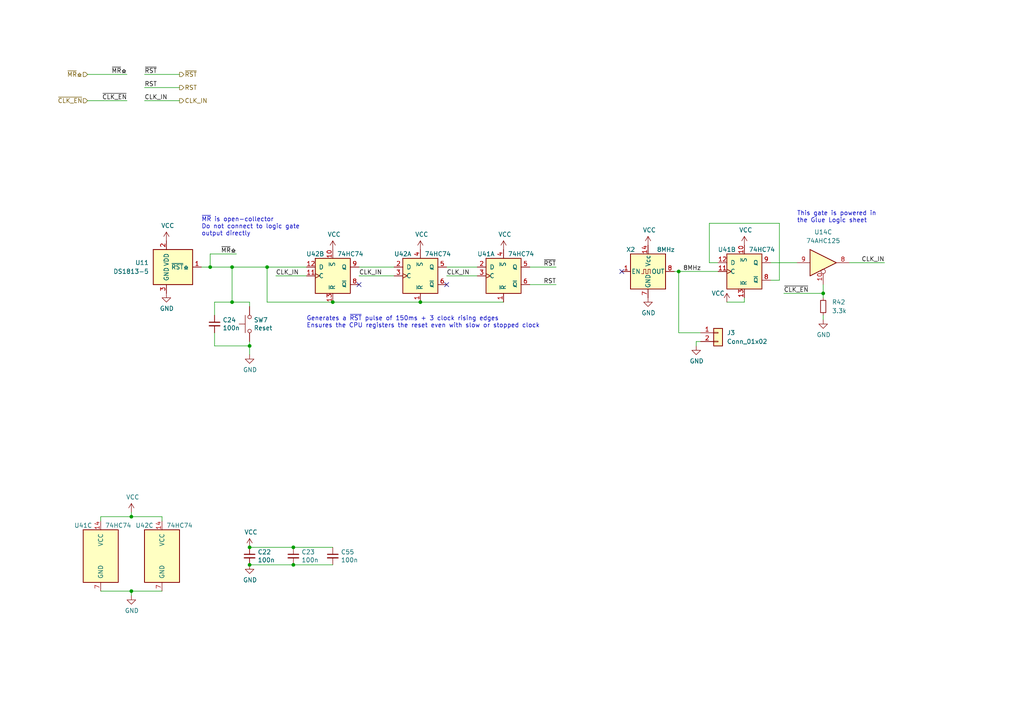
<source format=kicad_sch>
(kicad_sch (version 20211123) (generator eeschema)
  (paper "A4")
  (title_block (title "Clock & Reset") (date "2022-07-28") (rev "A.25") (comment 2 "https://github.com/adrienkohlbecker/65C816/tree/main/hardware/breakout") (comment 3 "Licensed under CERN-OHL-W v2") (comment 4 "Copyright © 2022 Adrien Kohlbecker"))
  (lib_symbols
    (symbol "65C816:DS1813" (pin_names (offset 1.016))
      (property "Reference" "U" (at 1.27 6.35 0))
      (property "Value" "DS1813" (at 3.81 -6.35 0))
      (symbol "DS1813_1_1"
        (rectangle (start -5.08 5.08) (end 6.35 -5.08) (stroke (width 0.254)) (fill (type background)))
        (pin bidirectional line (at 8.89 0 180) (length 2.54) (name "~{RST}⎒") (number "1"))
        (pin power_in line (at -1.27 7.62 270) (length 2.54) (name "VDD") (number "2"))
        (pin power_in line (at -1.27 -7.62 90) (length 2.54) (name "GND") (number "3"))
      )
    )
    (symbol "74xx:74LS125" (pin_names (offset 1.016))
      (property "Reference" "U" (at 0 1.27 0))
      (property "Value" "74LS125" (at 0 -1.27 0))
      (symbol "74LS125_1_0"
        (polyline (pts (xy -3.81 3.81) (xy -3.81 -3.81) (xy 3.81 0) (xy -3.81 3.81)) (stroke (width 0.254)) (fill (type background)))
        (pin input inverted (at 0 -6.35 90) (length 4.445) (name "~") (number "1"))
        (pin input line (at -7.62 0 0) (length 3.81) (name "~") (number "2"))
        (pin tri_state line (at 7.62 0 180) (length 3.81) (name "~") (number "3"))
      )
      (symbol "74LS125_2_0"
        (polyline (pts (xy -3.81 3.81) (xy -3.81 -3.81) (xy 3.81 0) (xy -3.81 3.81)) (stroke (width 0.254)) (fill (type background)))
        (pin input inverted (at 0 -6.35 90) (length 4.445) (name "~") (number "4"))
        (pin input line (at -7.62 0 0) (length 3.81) (name "~") (number "5"))
        (pin tri_state line (at 7.62 0 180) (length 3.81) (name "~") (number "6"))
      )
      (symbol "74LS125_3_0"
        (polyline (pts (xy -3.81 3.81) (xy -3.81 -3.81) (xy 3.81 0) (xy -3.81 3.81)) (stroke (width 0.254)) (fill (type background)))
        (pin input inverted (at 0 -6.35 90) (length 4.445) (name "~") (number "10"))
        (pin tri_state line (at 7.62 0 180) (length 3.81) (name "~") (number "8"))
        (pin input line (at -7.62 0 0) (length 3.81) (name "~") (number "9"))
      )
      (symbol "74LS125_4_0"
        (polyline (pts (xy -3.81 3.81) (xy -3.81 -3.81) (xy 3.81 0) (xy -3.81 3.81)) (stroke (width 0.254)) (fill (type background)))
        (pin tri_state line (at 7.62 0 180) (length 3.81) (name "~") (number "11"))
        (pin input line (at -7.62 0 0) (length 3.81) (name "~") (number "12"))
        (pin input inverted (at 0 -6.35 90) (length 4.445) (name "~") (number "13"))
      )
      (symbol "74LS125_5_0"
        (pin power_in line (at 0 12.7 270) (length 5.08) (name "VCC") (number "14"))
        (pin power_in line (at 0 -12.7 90) (length 5.08) (name "GND") (number "7"))
      )
      (symbol "74LS125_5_1"
        (rectangle (start -5.08 7.62) (end 5.08 -7.62) (stroke (width 0.254)) (fill (type background)))
      )
    )
    (symbol "74xx:74LS74" (pin_names (offset 1.016))
      (property "Reference" "U" (at -7.62 8.89 0))
      (property "Value" "74LS74" (at -7.62 -8.89 0))
      (symbol "74LS74_1_0"
        (pin input line (at 0 -7.62 90) (length 2.54) (name "~{R}") (number "1"))
        (pin input line (at -7.62 2.54 0) (length 2.54) (name "D") (number "2"))
        (pin input clock (at -7.62 0 0) (length 2.54) (name "C") (number "3"))
        (pin input line (at 0 7.62 270) (length 2.54) (name "~{S}") (number "4"))
        (pin output line (at 7.62 2.54 180) (length 2.54) (name "Q") (number "5"))
        (pin output line (at 7.62 -2.54 180) (length 2.54) (name "~{Q}") (number "6"))
      )
      (symbol "74LS74_1_1"
        (rectangle (start -5.08 5.08) (end 5.08 -5.08) (stroke (width 0.254)) (fill (type background)))
      )
      (symbol "74LS74_2_0"
        (pin input line (at 0 7.62 270) (length 2.54) (name "~{S}") (number "10"))
        (pin input clock (at -7.62 0 0) (length 2.54) (name "C") (number "11"))
        (pin input line (at -7.62 2.54 0) (length 2.54) (name "D") (number "12"))
        (pin input line (at 0 -7.62 90) (length 2.54) (name "~{R}") (number "13"))
        (pin output line (at 7.62 -2.54 180) (length 2.54) (name "~{Q}") (number "8"))
        (pin output line (at 7.62 2.54 180) (length 2.54) (name "Q") (number "9"))
      )
      (symbol "74LS74_2_1"
        (rectangle (start -5.08 5.08) (end 5.08 -5.08) (stroke (width 0.254)) (fill (type background)))
      )
      (symbol "74LS74_3_0"
        (pin power_in line (at 0 10.16 270) (length 2.54) (name "VCC") (number "14"))
        (pin power_in line (at 0 -10.16 90) (length 2.54) (name "GND") (number "7"))
      )
      (symbol "74LS74_3_1"
        (rectangle (start -5.08 7.62) (end 5.08 -7.62) (stroke (width 0.254)) (fill (type background)))
      )
    )
    (symbol "Connector_Generic:Conn_01x02" (pin_names (offset 1.016) hide)
      (property "Reference" "J" (at 0 2.54 0))
      (property "Value" "Conn_01x02" (at 0 -5.08 0))
      (symbol "Conn_01x02_1_1"
        (rectangle (start -1.27 -2.413) (end 0 -2.667) (stroke (width 0.1524)))
        (rectangle (start -1.27 0.127) (end 0 -0.127) (stroke (width 0.1524)))
        (rectangle (start -1.27 1.27) (end 1.27 -3.81) (stroke (width 0.254)) (fill (type background)))
        (pin passive line (at -5.08 0 0) (length 3.81) (name "Pin_1") (number "1"))
        (pin passive line (at -5.08 -2.54 0) (length 3.81) (name "Pin_2") (number "2"))
      )
    )
    (symbol "Device:C_Small" (pin_numbers hide) (pin_names (offset 0.254) hide)
      (property "Reference" "C" (at 0.254 1.778 0))
      (property "Value" "C_Small" (at 0.254 -2.032 0))
      (symbol "C_Small_0_1"
        (polyline (pts (xy -1.524 -0.508) (xy 1.524 -0.508)) (stroke (width 0.3302)))
        (polyline (pts (xy -1.524 0.508) (xy 1.524 0.508)) (stroke (width 0.3048)))
      )
      (symbol "C_Small_1_1"
        (pin passive line (at 0 2.54 270) (length 2.032) (name "~") (number "1"))
        (pin passive line (at 0 -2.54 90) (length 2.032) (name "~") (number "2"))
      )
    )
    (symbol "Device:R_Small" (pin_numbers hide) (pin_names (offset 0.254) hide)
      (property "Reference" "R" (at 0.762 0.508 0))
      (property "Value" "R_Small" (at 0.762 -1.016 0))
      (symbol "R_Small_0_1"
        (rectangle (start -0.762 1.778) (end 0.762 -1.778) (stroke (width 0.2032)))
      )
      (symbol "R_Small_1_1"
        (pin passive line (at 0 2.54 270) (length 0.762) (name "~") (number "1"))
        (pin passive line (at 0 -2.54 90) (length 0.762) (name "~") (number "2"))
      )
    )
    (symbol "Oscillator:CXO_DIP14" (pin_names (offset 0.254))
      (property "Reference" "X" (at -5.08 6.35 0))
      (property "Value" "CXO_DIP14" (at 1.27 -6.35 0))
      (symbol "CXO_DIP14_0_1"
        (rectangle (start -5.08 5.08) (end 5.08 -5.08) (stroke (width 0.254)) (fill (type background)))
        (polyline (pts (xy -1.905 -0.635) (xy -1.27 -0.635) (xy -1.27 0.635) (xy -0.635 0.635) (xy -0.635 -0.635) (xy 0 -0.635) (xy 0 0.635) (xy 0.635 0.635) (xy 0.635 -0.635)))
      )
      (symbol "CXO_DIP14_1_1"
        (pin input line (at -7.62 0 0) (length 2.54) (name "EN") (number "1"))
        (pin power_in line (at 0 7.62 270) (length 2.54) (name "Vcc") (number "14"))
        (pin power_in line (at 0 -7.62 90) (length 2.54) (name "GND") (number "7"))
        (pin output line (at 7.62 0 180) (length 2.54) (name "OUT") (number "8"))
      )
    )
    (symbol "Switch:SW_Push" (pin_numbers hide) (pin_names (offset 1.016) hide)
      (property "Reference" "SW" (at 1.27 2.54 0))
      (property "Value" "SW_Push" (at 0 -1.524 0))
      (symbol "SW_Push_0_1"
        (circle (center -2.032 0) (radius 0.508))
        (polyline (pts (xy 0 1.27) (xy 0 3.048)))
        (polyline (pts (xy 2.54 1.27) (xy -2.54 1.27)))
        (circle (center 2.032 0) (radius 0.508))
        (pin passive line (at -5.08 0 0) (length 2.54) (name "1") (number "1"))
        (pin passive line (at 5.08 0 180) (length 2.54) (name "2") (number "2"))
      )
    )
    (symbol "power:GND" (power) (pin_names (offset 0))
      (property "Value" "GND" (at 0 -3.81 0))
      (symbol "GND_0_1"
        (polyline (pts (xy 0 0) (xy 0 -1.27) (xy 1.27 -1.27) (xy 0 -2.54) (xy -1.27 -1.27) (xy 0 -1.27)))
      )
      (symbol "GND_1_1"
        (pin power_in line (at 0 0 270) (length 0) hide (name "GND") (number "1"))
      )
    )
    (symbol "power:VCC" (power) (pin_names (offset 0))
      (property "Value" "VCC" (at 0 3.81 0))
      (symbol "VCC_0_1"
        (polyline (pts (xy -0.762 1.27) (xy 0 2.54)))
        (polyline (pts (xy 0 0) (xy 0 2.54)))
        (polyline (pts (xy 0 2.54) (xy 0.762 1.27)))
      )
      (symbol "VCC_1_1"
        (pin power_in line (at 0 0 90) (length 0) hide (name "VCC") (number "1"))
      )
    )
  )
  (junction (at 67.31 87.63))
  (junction (at 72.39 100.33))
  (junction (at 67.31 77.47))
  (junction (at 38.1 171.45))
  (junction (at 96.52 87.63))
  (junction (at 238.76 85.09))
  (junction (at 85.09 163.83))
  (junction (at 72.39 158.75))
  (junction (at 72.39 163.83))
  (junction (at 38.1 149.86))
  (junction (at 60.96 77.47))
  (junction (at 77.47 77.47))
  (junction (at 85.09 158.75))
  (junction (at 196.85 78.74))
  (junction (at 121.92 87.63))
  (no_connect (at 129.54 82.55))
  (no_connect (at 104.14 82.55))
  (no_connect (at 180.34 78.74))
  (wire (pts (xy 226.06 81.28) (xy 226.06 64.77)))
  (wire (pts (xy 227.33 85.09) (xy 238.76 85.09)))
  (wire (pts (xy 62.23 87.63) (xy 62.23 91.44)))
  (wire (pts (xy 72.39 158.75) (xy 85.09 158.75)))
  (wire (pts (xy 153.67 82.55) (xy 161.29 82.55)))
  (wire (pts (xy 72.39 100.33) (xy 72.39 99.06)))
  (wire (pts (xy 238.76 91.44) (xy 238.76 92.71)))
  (wire (pts (xy 104.14 80.01) (xy 114.3 80.01)))
  (wire (pts (xy 52.07 25.4) (xy 41.91 25.4)))
  (wire (pts (xy 29.21 171.45) (xy 38.1 171.45)))
  (wire (pts (xy 129.54 77.47) (xy 138.43 77.47)))
  (wire (pts (xy 96.52 163.83) (xy 85.09 163.83)))
  (wire (pts (xy 38.1 149.86) (xy 46.99 149.86)))
  (wire (pts (xy 196.85 96.52) (xy 203.2 96.52)))
  (wire (pts (xy 60.96 77.47) (xy 67.31 77.47)))
  (wire (pts (xy 67.31 87.63) (xy 62.23 87.63)))
  (wire (pts (xy 201.93 99.06) (xy 201.93 100.33)))
  (wire (pts (xy 196.85 78.74) (xy 196.85 96.52)))
  (wire (pts (xy 72.39 87.63) (xy 72.39 88.9)))
  (wire (pts (xy 29.21 149.86) (xy 38.1 149.86)))
  (wire (pts (xy 195.58 78.74) (xy 196.85 78.74)))
  (wire (pts (xy 46.99 151.13) (xy 46.99 149.86)))
  (wire (pts (xy 72.39 102.87) (xy 72.39 100.33)))
  (wire (pts (xy 52.07 29.21) (xy 41.91 29.21)))
  (wire (pts (xy 25.4 21.59) (xy 36.83 21.59)))
  (wire (pts (xy 60.96 77.47) (xy 60.96 73.66)))
  (wire (pts (xy 121.92 87.63) (xy 146.05 87.63)))
  (wire (pts (xy 96.52 158.75) (xy 85.09 158.75)))
  (wire (pts (xy 62.23 100.33) (xy 72.39 100.33)))
  (wire (pts (xy 104.14 77.47) (xy 114.3 77.47)))
  (wire (pts (xy 25.4 29.21) (xy 36.83 29.21)))
  (wire (pts (xy 41.91 21.59) (xy 52.07 21.59)))
  (wire (pts (xy 38.1 171.45) (xy 38.1 172.72)))
  (wire (pts (xy 205.74 64.77) (xy 205.74 76.2)))
  (wire (pts (xy 29.21 151.13) (xy 29.21 149.86)))
  (wire (pts (xy 67.31 77.47) (xy 67.31 87.63)))
  (wire (pts (xy 77.47 77.47) (xy 77.47 87.63)))
  (wire (pts (xy 58.42 77.47) (xy 60.96 77.47)))
  (wire (pts (xy 38.1 171.45) (xy 46.99 171.45)))
  (wire (pts (xy 153.67 77.47) (xy 161.29 77.47)))
  (wire (pts (xy 60.96 73.66) (xy 68.58 73.66)))
  (wire (pts (xy 67.31 87.63) (xy 72.39 87.63)))
  (wire (pts (xy 196.85 78.74) (xy 208.28 78.74)))
  (wire (pts (xy 129.54 80.01) (xy 138.43 80.01)))
  (wire (pts (xy 77.47 77.47) (xy 88.9 77.47)))
  (wire (pts (xy 38.1 148.59) (xy 38.1 149.86)))
  (wire (pts (xy 77.47 87.63) (xy 96.52 87.63)))
  (wire (pts (xy 62.23 96.52) (xy 62.23 100.33)))
  (wire (pts (xy 223.52 81.28) (xy 226.06 81.28)))
  (wire (pts (xy 80.01 80.01) (xy 88.9 80.01)))
  (wire (pts (xy 67.31 77.47) (xy 77.47 77.47)))
  (wire (pts (xy 238.76 85.09) (xy 238.76 86.36)))
  (wire (pts (xy 238.76 82.55) (xy 238.76 85.09)))
  (wire (pts (xy 210.82 87.63) (xy 215.9 87.63)))
  (wire (pts (xy 96.52 87.63) (xy 121.92 87.63)))
  (wire (pts (xy 215.9 87.63) (xy 215.9 86.36)))
  (wire (pts (xy 203.2 99.06) (xy 201.93 99.06)))
  (wire (pts (xy 205.74 76.2) (xy 208.28 76.2)))
  (wire (pts (xy 246.38 76.2) (xy 256.54 76.2)))
  (wire (pts (xy 72.39 163.83) (xy 85.09 163.83)))
  (wire (pts (xy 226.06 64.77) (xy 205.74 64.77)))
  (wire (pts (xy 223.52 76.2) (xy 231.14 76.2)))
  (text "This gate is powered in \nthe Glue Logic sheet" (at 231.14 64.77 0) (effects (font (size 1.27 1.27)) (justify left bottom)))
  (text "Generates a ~{RST} pulse of 150ms + 3 clock rising edges\nEnsures the CPU registers the reset even with slow or stopped clock " (at 88.9 95.25 0) (effects (font (size 1.27 1.27)) (justify left bottom)))
  (text "~{MR} is open-collector\nDo not connect to logic gate \noutput directly" (at 58.42 68.58 0) (effects (font (size 1.27 1.27)) (justify left bottom)))
  (label "CLK_IN" (at 129.54 80.01 0))
  (label "RST" (at 41.91 25.4 0))
  (label "~{MR}⎒" (at 36.83 21.59 180))
  (label "~{MR}⎒" (at 68.58 73.66 180))
  (label "~{CLK_EN}" (at 36.83 29.21 180))
  (label "8MHz" (at 198.12 78.74 0))
  (label "CLK_IN" (at 104.14 80.01 0))
  (label "CLK_IN" (at 41.91 29.21 0))
  (label "CLK_IN" (at 256.54 76.2 180))
  (label "~{RST}" (at 41.91 21.59 0))
  (label "RST" (at 161.29 82.55 180))
  (label "~{RST}" (at 161.29 77.47 180))
  (label "CLK_IN" (at 80.01 80.01 0))
  (label "~{CLK_EN}" (at 227.33 85.09 0))
  (hierarchical_label "~{CLK_EN}" (shape input) (at 25.4 29.21 180))
  (hierarchical_label "~{RST}" (shape output) (at 52.07 21.59 0))
  (hierarchical_label "RST" (shape output) (at 52.07 25.4 0))
  (hierarchical_label "~{MR}⎒" (shape input) (at 25.4 21.59 180))
  (hierarchical_label "CLK_IN" (shape output) (at 52.07 29.21 0))
  (symbol (lib_id "Switch:SW_Push") (at 72.39 93.98 90) (unit 1)
    (property "Reference" "SW7" (at 73.6092 92.8116 90) (effects (justify right)))
    (property "Value" "Reset" (at 73.6092 95.123 90) (effects (justify right)))
  )
  (symbol (lib_id "power:GND") (at 72.39 102.87 0) (unit 1)
    (property "Reference" "#PWR058" (effects hide))
    (property "Value" "GND" (at 72.517 107.2642 0))
  )
  (symbol (lib_id "Device:C_Small") (at 72.39 161.29 0) (unit 1)
    (property "Reference" "C22" (at 74.7268 160.1216 0) (effects (justify left)))
    (property "Value" "100n" (at 74.7268 162.433 0) (effects (justify left)))
  )
  (symbol (lib_id "Device:C_Small") (at 85.09 161.29 0) (unit 1)
    (property "Reference" "C23" (at 87.4268 160.1216 0) (effects (justify left)))
    (property "Value" "100n" (at 87.4268 162.433 0) (effects (justify left)))
  )
  (symbol (lib_id "power:VCC") (at 72.39 158.75 0) (unit 1)
    (property "Reference" "#PWR056" (effects hide))
    (property "Value" "VCC" (at 72.771 154.3558 0))
  )
  (symbol (lib_id "power:GND") (at 72.39 163.83 0) (unit 1)
    (property "Reference" "#PWR057" (effects hide))
    (property "Value" "GND" (at 72.517 168.2242 0))
  )
  (symbol (lib_id "Device:C_Small") (at 62.23 93.98 0) (unit 1)
    (property "Reference" "C24" (at 64.5668 92.8116 0) (effects (justify left)))
    (property "Value" "100n" (at 64.5668 95.123 0) (effects (justify left)))
  )
  (symbol (lib_id "power:GND") (at 201.93 100.33 0) (unit 1)
    (property "Reference" "#PWR0165" (effects hide))
    (property "Value" "GND" (at 202.057 104.7242 0))
  )
  (symbol (lib_id "power:VCC") (at 48.26 69.85 0) (unit 1)
    (property "Reference" "#PWR0146" (effects hide))
    (property "Value" "VCC" (at 48.641 65.4558 0))
  )
  (symbol (lib_id "Device:C_Small") (at 96.52 161.29 0) (unit 1)
    (property "Reference" "C55" (at 98.8568 160.1216 0) (effects (justify left)))
    (property "Value" "100n" (at 98.8568 162.433 0) (effects (justify left)))
  )
  (symbol (lib_id "power:GND") (at 238.76 92.71 0) (unit 1)
    (property "Reference" "#PWR0161" (effects hide))
    (property "Value" "GND" (at 238.887 97.1042 0))
  )
  (symbol (lib_id "74xx:74LS125") (at 238.76 76.2 0) (unit 3)
    (property "Reference" "U14" (at 238.76 67.31 0))
    (property "Value" "74AHC125" (at 238.76 69.85 0))
    (property "Datasheet" "https://www.ti.com/lit/ds/symlink/sn74ahc125.pdf" (effects hide))
  )
  (symbol (lib_id "power:GND") (at 48.26 85.09 0) (unit 1)
    (property "Reference" "#PWR0147" (effects hide))
    (property "Value" "GND" (at 48.387 89.4842 0))
  )
  (symbol (lib_id "power:VCC") (at 121.92 72.39 0) (unit 1)
    (property "Reference" "#PWR0144" (effects hide))
    (property "Value" "VCC" (at 122.301 67.9958 0))
  )
  (symbol (lib_id "Connector_Generic:Conn_01x02") (at 208.28 96.52 0) (unit 1)
    (property "Reference" "J3" (at 210.82 96.5199 0) (effects (justify left)))
    (property "Value" "Conn_01x02" (at 210.82 99.0599 0) (effects (justify left)))
  )
  (symbol (lib_id "power:GND") (at 38.1 172.72 0) (unit 1)
    (property "Reference" "#PWR0152" (effects hide))
    (property "Value" "GND" (at 38.227 177.1142 0))
  )
  (symbol (lib_id "power:VCC") (at 146.05 72.39 0) (unit 1)
    (property "Reference" "#PWR0145" (effects hide))
    (property "Value" "VCC" (at 146.431 67.9958 0))
  )
  (symbol (lib_id "65C816:DS1813") (at 49.53 77.47 0) (unit 1)
    (property "Reference" "U11" (at 43.18 76.1999 0) (effects (justify right)))
    (property "Value" "DS1813-5" (at 43.18 78.7399 0) (effects (justify right)))
    (property "Footprint" "Package_TO_SOT_THT:TO-92_Inline" (effects hide))
    (property "Datasheet" "https://nl.mouser.com/datasheet/2/256/maxim%20integrated%20products_ds1813-1178753.pdf" (effects hide))
  )
  (symbol (lib_id "74xx:74LS74") (at 146.05 80.01 0) (unit 1)
    (property "Reference" "U41" (at 140.97 73.66 0))
    (property "Value" "74HC74" (at 151.13 73.66 0))
    (property "Datasheet" "https://www.ti.com/lit/ds/symlink/sn74hc74.pdf" (effects hide))
  )
  (symbol (lib_id "power:VCC") (at 38.1 148.59 0) (unit 1)
    (property "Reference" "#PWR0151" (effects hide))
    (property "Value" "VCC" (at 38.481 144.1958 0))
  )
  (symbol (lib_id "74xx:74LS74") (at 96.52 80.01 0) (unit 2)
    (property "Reference" "U42" (at 91.44 73.66 0))
    (property "Value" "74HC74" (at 101.6 73.66 0))
    (property "Datasheet" "https://www.ti.com/lit/ds/symlink/sn74hc74.pdf" (effects hide))
  )
  (symbol (lib_id "power:VCC") (at 187.96 71.12 0) (unit 1)
    (property "Reference" "#PWR0148" (effects hide))
    (property "Value" "VCC" (at 188.341 66.7258 0))
  )
  (symbol (lib_id "74xx:74LS74") (at 215.9 78.74 0) (unit 2)
    (property "Reference" "U41" (at 210.82 72.39 0))
    (property "Value" "74HC74" (at 220.98 72.39 0))
    (property "Datasheet" "https://www.ti.com/lit/ds/symlink/sn74hc74.pdf" (effects hide))
  )
  (symbol (lib_id "power:VCC") (at 215.9 71.12 0) (unit 1)
    (property "Reference" "#PWR0154" (effects hide))
    (property "Value" "VCC" (at 216.281 66.7258 0))
  )
  (symbol (lib_id "Oscillator:CXO_DIP14") (at 187.96 78.74 0) (unit 1)
    (property "Reference" "X2" (at 181.61 72.39 0) (effects (justify left)))
    (property "Value" "8MHz" (at 190.5 72.39 0) (effects (justify left)))
    (property "Footprint" "Oscillator:Oscillator_DIP-14" (effects hide))
    (property "Datasheet" "https://nl.mouser.com/datasheet/2/122/ecs-2200x-13674.pdf" (effects hide))
  )
  (symbol (lib_id "power:VCC") (at 96.52 72.39 0) (unit 1)
    (property "Reference" "#PWR059" (effects hide))
    (property "Value" "VCC" (at 96.901 67.9958 0))
  )
  (symbol (lib_id "74xx:74LS74") (at 29.21 161.29 0) (unit 3)
    (property "Reference" "U41" (at 24.13 152.4 0))
    (property "Value" "74HC74" (at 34.29 152.4 0))
    (property "Datasheet" "https://www.ti.com/lit/ds/symlink/sn74hc74.pdf" (effects hide))
  )
  (symbol (lib_id "74xx:74LS74") (at 121.92 80.01 0) (unit 1)
    (property "Reference" "U42" (at 116.84 73.66 0))
    (property "Value" "74HC74" (at 127 73.66 0))
    (property "Datasheet" "https://www.ti.com/lit/ds/symlink/sn74hc74.pdf" (effects hide))
  )
  (symbol (lib_id "Device:R_Small") (at 238.76 88.9 0) (unit 1)
    (property "Reference" "R42" (at 241.3 87.6299 0) (effects (justify left)))
    (property "Value" "3.3k" (at 241.3 90.1699 0) (effects (justify left)))
  )
  (symbol (lib_id "74xx:74LS74") (at 46.99 161.29 0) (unit 3)
    (property "Reference" "U42" (at 41.91 152.4 0))
    (property "Value" "74HC74" (at 52.07 152.4 0))
    (property "Datasheet" "https://www.ti.com/lit/ds/symlink/sn74hc74.pdf" (effects hide))
  )
  (symbol (lib_id "power:VCC") (at 210.82 87.63 0) (unit 1)
    (property "Reference" "#PWR0153" (effects hide))
    (property "Value" "VCC" (at 208.28 85.09 0))
  )
  (symbol (lib_id "power:GND") (at 187.96 86.36 0) (unit 1)
    (property "Reference" "#PWR0149" (effects hide))
    (property "Value" "GND" (at 188.087 90.7542 0))
  )
)
</source>
